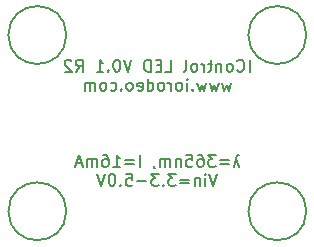
<source format=gbo>
%TF.GenerationSoftware,KiCad,Pcbnew,7.0.8-7.0.8~ubuntu22.04.1*%
%TF.CreationDate,2024-01-29T21:05:36-08:00*%
%TF.ProjectId,365nm_16mA,3336356e-6d5f-4313-966d-412e6b696361,rev?*%
%TF.SameCoordinates,Original*%
%TF.FileFunction,Legend,Bot*%
%TF.FilePolarity,Positive*%
%FSLAX46Y46*%
G04 Gerber Fmt 4.6, Leading zero omitted, Abs format (unit mm)*
G04 Created by KiCad (PCBNEW 7.0.8-7.0.8~ubuntu22.04.1) date 2024-01-29 21:05:36*
%MOMM*%
%LPD*%
G01*
G04 APERTURE LIST*
%ADD10C,0.150000*%
G04 APERTURE END LIST*
D10*
X70509524Y-55634819D02*
X70509524Y-54634819D01*
X69461906Y-55539580D02*
X69509525Y-55587200D01*
X69509525Y-55587200D02*
X69652382Y-55634819D01*
X69652382Y-55634819D02*
X69747620Y-55634819D01*
X69747620Y-55634819D02*
X69890477Y-55587200D01*
X69890477Y-55587200D02*
X69985715Y-55491961D01*
X69985715Y-55491961D02*
X70033334Y-55396723D01*
X70033334Y-55396723D02*
X70080953Y-55206247D01*
X70080953Y-55206247D02*
X70080953Y-55063390D01*
X70080953Y-55063390D02*
X70033334Y-54872914D01*
X70033334Y-54872914D02*
X69985715Y-54777676D01*
X69985715Y-54777676D02*
X69890477Y-54682438D01*
X69890477Y-54682438D02*
X69747620Y-54634819D01*
X69747620Y-54634819D02*
X69652382Y-54634819D01*
X69652382Y-54634819D02*
X69509525Y-54682438D01*
X69509525Y-54682438D02*
X69461906Y-54730057D01*
X68890477Y-55634819D02*
X68985715Y-55587200D01*
X68985715Y-55587200D02*
X69033334Y-55539580D01*
X69033334Y-55539580D02*
X69080953Y-55444342D01*
X69080953Y-55444342D02*
X69080953Y-55158628D01*
X69080953Y-55158628D02*
X69033334Y-55063390D01*
X69033334Y-55063390D02*
X68985715Y-55015771D01*
X68985715Y-55015771D02*
X68890477Y-54968152D01*
X68890477Y-54968152D02*
X68747620Y-54968152D01*
X68747620Y-54968152D02*
X68652382Y-55015771D01*
X68652382Y-55015771D02*
X68604763Y-55063390D01*
X68604763Y-55063390D02*
X68557144Y-55158628D01*
X68557144Y-55158628D02*
X68557144Y-55444342D01*
X68557144Y-55444342D02*
X68604763Y-55539580D01*
X68604763Y-55539580D02*
X68652382Y-55587200D01*
X68652382Y-55587200D02*
X68747620Y-55634819D01*
X68747620Y-55634819D02*
X68890477Y-55634819D01*
X68128572Y-54968152D02*
X68128572Y-55634819D01*
X68128572Y-55063390D02*
X68080953Y-55015771D01*
X68080953Y-55015771D02*
X67985715Y-54968152D01*
X67985715Y-54968152D02*
X67842858Y-54968152D01*
X67842858Y-54968152D02*
X67747620Y-55015771D01*
X67747620Y-55015771D02*
X67700001Y-55111009D01*
X67700001Y-55111009D02*
X67700001Y-55634819D01*
X67366667Y-54968152D02*
X66985715Y-54968152D01*
X67223810Y-54634819D02*
X67223810Y-55491961D01*
X67223810Y-55491961D02*
X67176191Y-55587200D01*
X67176191Y-55587200D02*
X67080953Y-55634819D01*
X67080953Y-55634819D02*
X66985715Y-55634819D01*
X66652381Y-55634819D02*
X66652381Y-54968152D01*
X66652381Y-55158628D02*
X66604762Y-55063390D01*
X66604762Y-55063390D02*
X66557143Y-55015771D01*
X66557143Y-55015771D02*
X66461905Y-54968152D01*
X66461905Y-54968152D02*
X66366667Y-54968152D01*
X65890476Y-55634819D02*
X65985714Y-55587200D01*
X65985714Y-55587200D02*
X66033333Y-55539580D01*
X66033333Y-55539580D02*
X66080952Y-55444342D01*
X66080952Y-55444342D02*
X66080952Y-55158628D01*
X66080952Y-55158628D02*
X66033333Y-55063390D01*
X66033333Y-55063390D02*
X65985714Y-55015771D01*
X65985714Y-55015771D02*
X65890476Y-54968152D01*
X65890476Y-54968152D02*
X65747619Y-54968152D01*
X65747619Y-54968152D02*
X65652381Y-55015771D01*
X65652381Y-55015771D02*
X65604762Y-55063390D01*
X65604762Y-55063390D02*
X65557143Y-55158628D01*
X65557143Y-55158628D02*
X65557143Y-55444342D01*
X65557143Y-55444342D02*
X65604762Y-55539580D01*
X65604762Y-55539580D02*
X65652381Y-55587200D01*
X65652381Y-55587200D02*
X65747619Y-55634819D01*
X65747619Y-55634819D02*
X65890476Y-55634819D01*
X64985714Y-55634819D02*
X65080952Y-55587200D01*
X65080952Y-55587200D02*
X65128571Y-55491961D01*
X65128571Y-55491961D02*
X65128571Y-54634819D01*
X63366666Y-55634819D02*
X63842856Y-55634819D01*
X63842856Y-55634819D02*
X63842856Y-54634819D01*
X63033332Y-55111009D02*
X62699999Y-55111009D01*
X62557142Y-55634819D02*
X63033332Y-55634819D01*
X63033332Y-55634819D02*
X63033332Y-54634819D01*
X63033332Y-54634819D02*
X62557142Y-54634819D01*
X62128570Y-55634819D02*
X62128570Y-54634819D01*
X62128570Y-54634819D02*
X61890475Y-54634819D01*
X61890475Y-54634819D02*
X61747618Y-54682438D01*
X61747618Y-54682438D02*
X61652380Y-54777676D01*
X61652380Y-54777676D02*
X61604761Y-54872914D01*
X61604761Y-54872914D02*
X61557142Y-55063390D01*
X61557142Y-55063390D02*
X61557142Y-55206247D01*
X61557142Y-55206247D02*
X61604761Y-55396723D01*
X61604761Y-55396723D02*
X61652380Y-55491961D01*
X61652380Y-55491961D02*
X61747618Y-55587200D01*
X61747618Y-55587200D02*
X61890475Y-55634819D01*
X61890475Y-55634819D02*
X62128570Y-55634819D01*
X60509522Y-54634819D02*
X60176189Y-55634819D01*
X60176189Y-55634819D02*
X59842856Y-54634819D01*
X59319046Y-54634819D02*
X59223808Y-54634819D01*
X59223808Y-54634819D02*
X59128570Y-54682438D01*
X59128570Y-54682438D02*
X59080951Y-54730057D01*
X59080951Y-54730057D02*
X59033332Y-54825295D01*
X59033332Y-54825295D02*
X58985713Y-55015771D01*
X58985713Y-55015771D02*
X58985713Y-55253866D01*
X58985713Y-55253866D02*
X59033332Y-55444342D01*
X59033332Y-55444342D02*
X59080951Y-55539580D01*
X59080951Y-55539580D02*
X59128570Y-55587200D01*
X59128570Y-55587200D02*
X59223808Y-55634819D01*
X59223808Y-55634819D02*
X59319046Y-55634819D01*
X59319046Y-55634819D02*
X59414284Y-55587200D01*
X59414284Y-55587200D02*
X59461903Y-55539580D01*
X59461903Y-55539580D02*
X59509522Y-55444342D01*
X59509522Y-55444342D02*
X59557141Y-55253866D01*
X59557141Y-55253866D02*
X59557141Y-55015771D01*
X59557141Y-55015771D02*
X59509522Y-54825295D01*
X59509522Y-54825295D02*
X59461903Y-54730057D01*
X59461903Y-54730057D02*
X59414284Y-54682438D01*
X59414284Y-54682438D02*
X59319046Y-54634819D01*
X58557141Y-55539580D02*
X58509522Y-55587200D01*
X58509522Y-55587200D02*
X58557141Y-55634819D01*
X58557141Y-55634819D02*
X58604760Y-55587200D01*
X58604760Y-55587200D02*
X58557141Y-55539580D01*
X58557141Y-55539580D02*
X58557141Y-55634819D01*
X57557142Y-55634819D02*
X58128570Y-55634819D01*
X57842856Y-55634819D02*
X57842856Y-54634819D01*
X57842856Y-54634819D02*
X57938094Y-54777676D01*
X57938094Y-54777676D02*
X58033332Y-54872914D01*
X58033332Y-54872914D02*
X58128570Y-54920533D01*
X55795237Y-55634819D02*
X56128570Y-55158628D01*
X56366665Y-55634819D02*
X56366665Y-54634819D01*
X56366665Y-54634819D02*
X55985713Y-54634819D01*
X55985713Y-54634819D02*
X55890475Y-54682438D01*
X55890475Y-54682438D02*
X55842856Y-54730057D01*
X55842856Y-54730057D02*
X55795237Y-54825295D01*
X55795237Y-54825295D02*
X55795237Y-54968152D01*
X55795237Y-54968152D02*
X55842856Y-55063390D01*
X55842856Y-55063390D02*
X55890475Y-55111009D01*
X55890475Y-55111009D02*
X55985713Y-55158628D01*
X55985713Y-55158628D02*
X56366665Y-55158628D01*
X55414284Y-54730057D02*
X55366665Y-54682438D01*
X55366665Y-54682438D02*
X55271427Y-54634819D01*
X55271427Y-54634819D02*
X55033332Y-54634819D01*
X55033332Y-54634819D02*
X54938094Y-54682438D01*
X54938094Y-54682438D02*
X54890475Y-54730057D01*
X54890475Y-54730057D02*
X54842856Y-54825295D01*
X54842856Y-54825295D02*
X54842856Y-54920533D01*
X54842856Y-54920533D02*
X54890475Y-55063390D01*
X54890475Y-55063390D02*
X55461903Y-55634819D01*
X55461903Y-55634819D02*
X54842856Y-55634819D01*
X68938094Y-56578152D02*
X68747618Y-57244819D01*
X68747618Y-57244819D02*
X68557142Y-56768628D01*
X68557142Y-56768628D02*
X68366666Y-57244819D01*
X68366666Y-57244819D02*
X68176190Y-56578152D01*
X67890475Y-56578152D02*
X67699999Y-57244819D01*
X67699999Y-57244819D02*
X67509523Y-56768628D01*
X67509523Y-56768628D02*
X67319047Y-57244819D01*
X67319047Y-57244819D02*
X67128571Y-56578152D01*
X66842856Y-56578152D02*
X66652380Y-57244819D01*
X66652380Y-57244819D02*
X66461904Y-56768628D01*
X66461904Y-56768628D02*
X66271428Y-57244819D01*
X66271428Y-57244819D02*
X66080952Y-56578152D01*
X65699999Y-57149580D02*
X65652380Y-57197200D01*
X65652380Y-57197200D02*
X65699999Y-57244819D01*
X65699999Y-57244819D02*
X65747618Y-57197200D01*
X65747618Y-57197200D02*
X65699999Y-57149580D01*
X65699999Y-57149580D02*
X65699999Y-57244819D01*
X65223809Y-57244819D02*
X65223809Y-56578152D01*
X65223809Y-56244819D02*
X65271428Y-56292438D01*
X65271428Y-56292438D02*
X65223809Y-56340057D01*
X65223809Y-56340057D02*
X65176190Y-56292438D01*
X65176190Y-56292438D02*
X65223809Y-56244819D01*
X65223809Y-56244819D02*
X65223809Y-56340057D01*
X64604762Y-57244819D02*
X64700000Y-57197200D01*
X64700000Y-57197200D02*
X64747619Y-57149580D01*
X64747619Y-57149580D02*
X64795238Y-57054342D01*
X64795238Y-57054342D02*
X64795238Y-56768628D01*
X64795238Y-56768628D02*
X64747619Y-56673390D01*
X64747619Y-56673390D02*
X64700000Y-56625771D01*
X64700000Y-56625771D02*
X64604762Y-56578152D01*
X64604762Y-56578152D02*
X64461905Y-56578152D01*
X64461905Y-56578152D02*
X64366667Y-56625771D01*
X64366667Y-56625771D02*
X64319048Y-56673390D01*
X64319048Y-56673390D02*
X64271429Y-56768628D01*
X64271429Y-56768628D02*
X64271429Y-57054342D01*
X64271429Y-57054342D02*
X64319048Y-57149580D01*
X64319048Y-57149580D02*
X64366667Y-57197200D01*
X64366667Y-57197200D02*
X64461905Y-57244819D01*
X64461905Y-57244819D02*
X64604762Y-57244819D01*
X63842857Y-57244819D02*
X63842857Y-56578152D01*
X63842857Y-56768628D02*
X63795238Y-56673390D01*
X63795238Y-56673390D02*
X63747619Y-56625771D01*
X63747619Y-56625771D02*
X63652381Y-56578152D01*
X63652381Y-56578152D02*
X63557143Y-56578152D01*
X63080952Y-57244819D02*
X63176190Y-57197200D01*
X63176190Y-57197200D02*
X63223809Y-57149580D01*
X63223809Y-57149580D02*
X63271428Y-57054342D01*
X63271428Y-57054342D02*
X63271428Y-56768628D01*
X63271428Y-56768628D02*
X63223809Y-56673390D01*
X63223809Y-56673390D02*
X63176190Y-56625771D01*
X63176190Y-56625771D02*
X63080952Y-56578152D01*
X63080952Y-56578152D02*
X62938095Y-56578152D01*
X62938095Y-56578152D02*
X62842857Y-56625771D01*
X62842857Y-56625771D02*
X62795238Y-56673390D01*
X62795238Y-56673390D02*
X62747619Y-56768628D01*
X62747619Y-56768628D02*
X62747619Y-57054342D01*
X62747619Y-57054342D02*
X62795238Y-57149580D01*
X62795238Y-57149580D02*
X62842857Y-57197200D01*
X62842857Y-57197200D02*
X62938095Y-57244819D01*
X62938095Y-57244819D02*
X63080952Y-57244819D01*
X61890476Y-57244819D02*
X61890476Y-56244819D01*
X61890476Y-57197200D02*
X61985714Y-57244819D01*
X61985714Y-57244819D02*
X62176190Y-57244819D01*
X62176190Y-57244819D02*
X62271428Y-57197200D01*
X62271428Y-57197200D02*
X62319047Y-57149580D01*
X62319047Y-57149580D02*
X62366666Y-57054342D01*
X62366666Y-57054342D02*
X62366666Y-56768628D01*
X62366666Y-56768628D02*
X62319047Y-56673390D01*
X62319047Y-56673390D02*
X62271428Y-56625771D01*
X62271428Y-56625771D02*
X62176190Y-56578152D01*
X62176190Y-56578152D02*
X61985714Y-56578152D01*
X61985714Y-56578152D02*
X61890476Y-56625771D01*
X61033333Y-57197200D02*
X61128571Y-57244819D01*
X61128571Y-57244819D02*
X61319047Y-57244819D01*
X61319047Y-57244819D02*
X61414285Y-57197200D01*
X61414285Y-57197200D02*
X61461904Y-57101961D01*
X61461904Y-57101961D02*
X61461904Y-56721009D01*
X61461904Y-56721009D02*
X61414285Y-56625771D01*
X61414285Y-56625771D02*
X61319047Y-56578152D01*
X61319047Y-56578152D02*
X61128571Y-56578152D01*
X61128571Y-56578152D02*
X61033333Y-56625771D01*
X61033333Y-56625771D02*
X60985714Y-56721009D01*
X60985714Y-56721009D02*
X60985714Y-56816247D01*
X60985714Y-56816247D02*
X61461904Y-56911485D01*
X60414285Y-57244819D02*
X60509523Y-57197200D01*
X60509523Y-57197200D02*
X60557142Y-57149580D01*
X60557142Y-57149580D02*
X60604761Y-57054342D01*
X60604761Y-57054342D02*
X60604761Y-56768628D01*
X60604761Y-56768628D02*
X60557142Y-56673390D01*
X60557142Y-56673390D02*
X60509523Y-56625771D01*
X60509523Y-56625771D02*
X60414285Y-56578152D01*
X60414285Y-56578152D02*
X60271428Y-56578152D01*
X60271428Y-56578152D02*
X60176190Y-56625771D01*
X60176190Y-56625771D02*
X60128571Y-56673390D01*
X60128571Y-56673390D02*
X60080952Y-56768628D01*
X60080952Y-56768628D02*
X60080952Y-57054342D01*
X60080952Y-57054342D02*
X60128571Y-57149580D01*
X60128571Y-57149580D02*
X60176190Y-57197200D01*
X60176190Y-57197200D02*
X60271428Y-57244819D01*
X60271428Y-57244819D02*
X60414285Y-57244819D01*
X59652380Y-57149580D02*
X59604761Y-57197200D01*
X59604761Y-57197200D02*
X59652380Y-57244819D01*
X59652380Y-57244819D02*
X59699999Y-57197200D01*
X59699999Y-57197200D02*
X59652380Y-57149580D01*
X59652380Y-57149580D02*
X59652380Y-57244819D01*
X58747619Y-57197200D02*
X58842857Y-57244819D01*
X58842857Y-57244819D02*
X59033333Y-57244819D01*
X59033333Y-57244819D02*
X59128571Y-57197200D01*
X59128571Y-57197200D02*
X59176190Y-57149580D01*
X59176190Y-57149580D02*
X59223809Y-57054342D01*
X59223809Y-57054342D02*
X59223809Y-56768628D01*
X59223809Y-56768628D02*
X59176190Y-56673390D01*
X59176190Y-56673390D02*
X59128571Y-56625771D01*
X59128571Y-56625771D02*
X59033333Y-56578152D01*
X59033333Y-56578152D02*
X58842857Y-56578152D01*
X58842857Y-56578152D02*
X58747619Y-56625771D01*
X58176190Y-57244819D02*
X58271428Y-57197200D01*
X58271428Y-57197200D02*
X58319047Y-57149580D01*
X58319047Y-57149580D02*
X58366666Y-57054342D01*
X58366666Y-57054342D02*
X58366666Y-56768628D01*
X58366666Y-56768628D02*
X58319047Y-56673390D01*
X58319047Y-56673390D02*
X58271428Y-56625771D01*
X58271428Y-56625771D02*
X58176190Y-56578152D01*
X58176190Y-56578152D02*
X58033333Y-56578152D01*
X58033333Y-56578152D02*
X57938095Y-56625771D01*
X57938095Y-56625771D02*
X57890476Y-56673390D01*
X57890476Y-56673390D02*
X57842857Y-56768628D01*
X57842857Y-56768628D02*
X57842857Y-57054342D01*
X57842857Y-57054342D02*
X57890476Y-57149580D01*
X57890476Y-57149580D02*
X57938095Y-57197200D01*
X57938095Y-57197200D02*
X58033333Y-57244819D01*
X58033333Y-57244819D02*
X58176190Y-57244819D01*
X57414285Y-57244819D02*
X57414285Y-56578152D01*
X57414285Y-56673390D02*
X57366666Y-56625771D01*
X57366666Y-56625771D02*
X57271428Y-56578152D01*
X57271428Y-56578152D02*
X57128571Y-56578152D01*
X57128571Y-56578152D02*
X57033333Y-56625771D01*
X57033333Y-56625771D02*
X56985714Y-56721009D01*
X56985714Y-56721009D02*
X56985714Y-57244819D01*
X56985714Y-56721009D02*
X56938095Y-56625771D01*
X56938095Y-56625771D02*
X56842857Y-56578152D01*
X56842857Y-56578152D02*
X56700000Y-56578152D01*
X56700000Y-56578152D02*
X56604761Y-56625771D01*
X56604761Y-56625771D02*
X56557142Y-56721009D01*
X56557142Y-56721009D02*
X56557142Y-57244819D01*
X69390475Y-63018152D02*
X69628570Y-63684819D01*
X69628570Y-62684819D02*
X69533332Y-62684819D01*
X69533332Y-62684819D02*
X69485713Y-62732438D01*
X69485713Y-62732438D02*
X69390475Y-63018152D01*
X69390475Y-63018152D02*
X69152380Y-63684819D01*
X68771427Y-63161009D02*
X68009523Y-63161009D01*
X68009523Y-63446723D02*
X68771427Y-63446723D01*
X67628570Y-62684819D02*
X67009523Y-62684819D01*
X67009523Y-62684819D02*
X67342856Y-63065771D01*
X67342856Y-63065771D02*
X67199999Y-63065771D01*
X67199999Y-63065771D02*
X67104761Y-63113390D01*
X67104761Y-63113390D02*
X67057142Y-63161009D01*
X67057142Y-63161009D02*
X67009523Y-63256247D01*
X67009523Y-63256247D02*
X67009523Y-63494342D01*
X67009523Y-63494342D02*
X67057142Y-63589580D01*
X67057142Y-63589580D02*
X67104761Y-63637200D01*
X67104761Y-63637200D02*
X67199999Y-63684819D01*
X67199999Y-63684819D02*
X67485713Y-63684819D01*
X67485713Y-63684819D02*
X67580951Y-63637200D01*
X67580951Y-63637200D02*
X67628570Y-63589580D01*
X66152380Y-62684819D02*
X66342856Y-62684819D01*
X66342856Y-62684819D02*
X66438094Y-62732438D01*
X66438094Y-62732438D02*
X66485713Y-62780057D01*
X66485713Y-62780057D02*
X66580951Y-62922914D01*
X66580951Y-62922914D02*
X66628570Y-63113390D01*
X66628570Y-63113390D02*
X66628570Y-63494342D01*
X66628570Y-63494342D02*
X66580951Y-63589580D01*
X66580951Y-63589580D02*
X66533332Y-63637200D01*
X66533332Y-63637200D02*
X66438094Y-63684819D01*
X66438094Y-63684819D02*
X66247618Y-63684819D01*
X66247618Y-63684819D02*
X66152380Y-63637200D01*
X66152380Y-63637200D02*
X66104761Y-63589580D01*
X66104761Y-63589580D02*
X66057142Y-63494342D01*
X66057142Y-63494342D02*
X66057142Y-63256247D01*
X66057142Y-63256247D02*
X66104761Y-63161009D01*
X66104761Y-63161009D02*
X66152380Y-63113390D01*
X66152380Y-63113390D02*
X66247618Y-63065771D01*
X66247618Y-63065771D02*
X66438094Y-63065771D01*
X66438094Y-63065771D02*
X66533332Y-63113390D01*
X66533332Y-63113390D02*
X66580951Y-63161009D01*
X66580951Y-63161009D02*
X66628570Y-63256247D01*
X65152380Y-62684819D02*
X65628570Y-62684819D01*
X65628570Y-62684819D02*
X65676189Y-63161009D01*
X65676189Y-63161009D02*
X65628570Y-63113390D01*
X65628570Y-63113390D02*
X65533332Y-63065771D01*
X65533332Y-63065771D02*
X65295237Y-63065771D01*
X65295237Y-63065771D02*
X65199999Y-63113390D01*
X65199999Y-63113390D02*
X65152380Y-63161009D01*
X65152380Y-63161009D02*
X65104761Y-63256247D01*
X65104761Y-63256247D02*
X65104761Y-63494342D01*
X65104761Y-63494342D02*
X65152380Y-63589580D01*
X65152380Y-63589580D02*
X65199999Y-63637200D01*
X65199999Y-63637200D02*
X65295237Y-63684819D01*
X65295237Y-63684819D02*
X65533332Y-63684819D01*
X65533332Y-63684819D02*
X65628570Y-63637200D01*
X65628570Y-63637200D02*
X65676189Y-63589580D01*
X64676189Y-63018152D02*
X64676189Y-63684819D01*
X64676189Y-63113390D02*
X64628570Y-63065771D01*
X64628570Y-63065771D02*
X64533332Y-63018152D01*
X64533332Y-63018152D02*
X64390475Y-63018152D01*
X64390475Y-63018152D02*
X64295237Y-63065771D01*
X64295237Y-63065771D02*
X64247618Y-63161009D01*
X64247618Y-63161009D02*
X64247618Y-63684819D01*
X63771427Y-63684819D02*
X63771427Y-63018152D01*
X63771427Y-63113390D02*
X63723808Y-63065771D01*
X63723808Y-63065771D02*
X63628570Y-63018152D01*
X63628570Y-63018152D02*
X63485713Y-63018152D01*
X63485713Y-63018152D02*
X63390475Y-63065771D01*
X63390475Y-63065771D02*
X63342856Y-63161009D01*
X63342856Y-63161009D02*
X63342856Y-63684819D01*
X63342856Y-63161009D02*
X63295237Y-63065771D01*
X63295237Y-63065771D02*
X63199999Y-63018152D01*
X63199999Y-63018152D02*
X63057142Y-63018152D01*
X63057142Y-63018152D02*
X62961903Y-63065771D01*
X62961903Y-63065771D02*
X62914284Y-63161009D01*
X62914284Y-63161009D02*
X62914284Y-63684819D01*
X62390475Y-63637200D02*
X62390475Y-63684819D01*
X62390475Y-63684819D02*
X62438094Y-63780057D01*
X62438094Y-63780057D02*
X62485713Y-63827676D01*
X61199999Y-63684819D02*
X61199999Y-62684819D01*
X60723809Y-63161009D02*
X59961905Y-63161009D01*
X59961905Y-63446723D02*
X60723809Y-63446723D01*
X58961905Y-63684819D02*
X59533333Y-63684819D01*
X59247619Y-63684819D02*
X59247619Y-62684819D01*
X59247619Y-62684819D02*
X59342857Y-62827676D01*
X59342857Y-62827676D02*
X59438095Y-62922914D01*
X59438095Y-62922914D02*
X59533333Y-62970533D01*
X58104762Y-62684819D02*
X58295238Y-62684819D01*
X58295238Y-62684819D02*
X58390476Y-62732438D01*
X58390476Y-62732438D02*
X58438095Y-62780057D01*
X58438095Y-62780057D02*
X58533333Y-62922914D01*
X58533333Y-62922914D02*
X58580952Y-63113390D01*
X58580952Y-63113390D02*
X58580952Y-63494342D01*
X58580952Y-63494342D02*
X58533333Y-63589580D01*
X58533333Y-63589580D02*
X58485714Y-63637200D01*
X58485714Y-63637200D02*
X58390476Y-63684819D01*
X58390476Y-63684819D02*
X58200000Y-63684819D01*
X58200000Y-63684819D02*
X58104762Y-63637200D01*
X58104762Y-63637200D02*
X58057143Y-63589580D01*
X58057143Y-63589580D02*
X58009524Y-63494342D01*
X58009524Y-63494342D02*
X58009524Y-63256247D01*
X58009524Y-63256247D02*
X58057143Y-63161009D01*
X58057143Y-63161009D02*
X58104762Y-63113390D01*
X58104762Y-63113390D02*
X58200000Y-63065771D01*
X58200000Y-63065771D02*
X58390476Y-63065771D01*
X58390476Y-63065771D02*
X58485714Y-63113390D01*
X58485714Y-63113390D02*
X58533333Y-63161009D01*
X58533333Y-63161009D02*
X58580952Y-63256247D01*
X57580952Y-63684819D02*
X57580952Y-63018152D01*
X57580952Y-63113390D02*
X57533333Y-63065771D01*
X57533333Y-63065771D02*
X57438095Y-63018152D01*
X57438095Y-63018152D02*
X57295238Y-63018152D01*
X57295238Y-63018152D02*
X57200000Y-63065771D01*
X57200000Y-63065771D02*
X57152381Y-63161009D01*
X57152381Y-63161009D02*
X57152381Y-63684819D01*
X57152381Y-63161009D02*
X57104762Y-63065771D01*
X57104762Y-63065771D02*
X57009524Y-63018152D01*
X57009524Y-63018152D02*
X56866667Y-63018152D01*
X56866667Y-63018152D02*
X56771428Y-63065771D01*
X56771428Y-63065771D02*
X56723809Y-63161009D01*
X56723809Y-63161009D02*
X56723809Y-63684819D01*
X56295238Y-63399104D02*
X55819048Y-63399104D01*
X56390476Y-63684819D02*
X56057143Y-62684819D01*
X56057143Y-62684819D02*
X55723810Y-63684819D01*
X67771427Y-64294819D02*
X67438094Y-65294819D01*
X67438094Y-65294819D02*
X67104761Y-64294819D01*
X66771427Y-65294819D02*
X66771427Y-64628152D01*
X66771427Y-64294819D02*
X66819046Y-64342438D01*
X66819046Y-64342438D02*
X66771427Y-64390057D01*
X66771427Y-64390057D02*
X66723808Y-64342438D01*
X66723808Y-64342438D02*
X66771427Y-64294819D01*
X66771427Y-64294819D02*
X66771427Y-64390057D01*
X66295237Y-64628152D02*
X66295237Y-65294819D01*
X66295237Y-64723390D02*
X66247618Y-64675771D01*
X66247618Y-64675771D02*
X66152380Y-64628152D01*
X66152380Y-64628152D02*
X66009523Y-64628152D01*
X66009523Y-64628152D02*
X65914285Y-64675771D01*
X65914285Y-64675771D02*
X65866666Y-64771009D01*
X65866666Y-64771009D02*
X65866666Y-65294819D01*
X65390475Y-64771009D02*
X64628571Y-64771009D01*
X64628571Y-65056723D02*
X65390475Y-65056723D01*
X64247618Y-64294819D02*
X63628571Y-64294819D01*
X63628571Y-64294819D02*
X63961904Y-64675771D01*
X63961904Y-64675771D02*
X63819047Y-64675771D01*
X63819047Y-64675771D02*
X63723809Y-64723390D01*
X63723809Y-64723390D02*
X63676190Y-64771009D01*
X63676190Y-64771009D02*
X63628571Y-64866247D01*
X63628571Y-64866247D02*
X63628571Y-65104342D01*
X63628571Y-65104342D02*
X63676190Y-65199580D01*
X63676190Y-65199580D02*
X63723809Y-65247200D01*
X63723809Y-65247200D02*
X63819047Y-65294819D01*
X63819047Y-65294819D02*
X64104761Y-65294819D01*
X64104761Y-65294819D02*
X64199999Y-65247200D01*
X64199999Y-65247200D02*
X64247618Y-65199580D01*
X63199999Y-65199580D02*
X63152380Y-65247200D01*
X63152380Y-65247200D02*
X63199999Y-65294819D01*
X63199999Y-65294819D02*
X63247618Y-65247200D01*
X63247618Y-65247200D02*
X63199999Y-65199580D01*
X63199999Y-65199580D02*
X63199999Y-65294819D01*
X62819047Y-64294819D02*
X62200000Y-64294819D01*
X62200000Y-64294819D02*
X62533333Y-64675771D01*
X62533333Y-64675771D02*
X62390476Y-64675771D01*
X62390476Y-64675771D02*
X62295238Y-64723390D01*
X62295238Y-64723390D02*
X62247619Y-64771009D01*
X62247619Y-64771009D02*
X62200000Y-64866247D01*
X62200000Y-64866247D02*
X62200000Y-65104342D01*
X62200000Y-65104342D02*
X62247619Y-65199580D01*
X62247619Y-65199580D02*
X62295238Y-65247200D01*
X62295238Y-65247200D02*
X62390476Y-65294819D01*
X62390476Y-65294819D02*
X62676190Y-65294819D01*
X62676190Y-65294819D02*
X62771428Y-65247200D01*
X62771428Y-65247200D02*
X62819047Y-65199580D01*
X61771428Y-64913866D02*
X61009524Y-64913866D01*
X60057143Y-64294819D02*
X60533333Y-64294819D01*
X60533333Y-64294819D02*
X60580952Y-64771009D01*
X60580952Y-64771009D02*
X60533333Y-64723390D01*
X60533333Y-64723390D02*
X60438095Y-64675771D01*
X60438095Y-64675771D02*
X60200000Y-64675771D01*
X60200000Y-64675771D02*
X60104762Y-64723390D01*
X60104762Y-64723390D02*
X60057143Y-64771009D01*
X60057143Y-64771009D02*
X60009524Y-64866247D01*
X60009524Y-64866247D02*
X60009524Y-65104342D01*
X60009524Y-65104342D02*
X60057143Y-65199580D01*
X60057143Y-65199580D02*
X60104762Y-65247200D01*
X60104762Y-65247200D02*
X60200000Y-65294819D01*
X60200000Y-65294819D02*
X60438095Y-65294819D01*
X60438095Y-65294819D02*
X60533333Y-65247200D01*
X60533333Y-65247200D02*
X60580952Y-65199580D01*
X59580952Y-65199580D02*
X59533333Y-65247200D01*
X59533333Y-65247200D02*
X59580952Y-65294819D01*
X59580952Y-65294819D02*
X59628571Y-65247200D01*
X59628571Y-65247200D02*
X59580952Y-65199580D01*
X59580952Y-65199580D02*
X59580952Y-65294819D01*
X58914286Y-64294819D02*
X58819048Y-64294819D01*
X58819048Y-64294819D02*
X58723810Y-64342438D01*
X58723810Y-64342438D02*
X58676191Y-64390057D01*
X58676191Y-64390057D02*
X58628572Y-64485295D01*
X58628572Y-64485295D02*
X58580953Y-64675771D01*
X58580953Y-64675771D02*
X58580953Y-64913866D01*
X58580953Y-64913866D02*
X58628572Y-65104342D01*
X58628572Y-65104342D02*
X58676191Y-65199580D01*
X58676191Y-65199580D02*
X58723810Y-65247200D01*
X58723810Y-65247200D02*
X58819048Y-65294819D01*
X58819048Y-65294819D02*
X58914286Y-65294819D01*
X58914286Y-65294819D02*
X59009524Y-65247200D01*
X59009524Y-65247200D02*
X59057143Y-65199580D01*
X59057143Y-65199580D02*
X59104762Y-65104342D01*
X59104762Y-65104342D02*
X59152381Y-64913866D01*
X59152381Y-64913866D02*
X59152381Y-64675771D01*
X59152381Y-64675771D02*
X59104762Y-64485295D01*
X59104762Y-64485295D02*
X59057143Y-64390057D01*
X59057143Y-64390057D02*
X59009524Y-64342438D01*
X59009524Y-64342438D02*
X58914286Y-64294819D01*
X58295238Y-64294819D02*
X57961905Y-65294819D01*
X57961905Y-65294819D02*
X57628572Y-64294819D01*
%TO.C,M1*%
X54990000Y-52540000D02*
G75*
G03*
X54990000Y-52540000I-2450000J0D01*
G01*
%TO.C,M2*%
X75310000Y-52540000D02*
G75*
G03*
X75310000Y-52540000I-2450000J0D01*
G01*
%TO.C,M3*%
X75310000Y-67460000D02*
G75*
G03*
X75310000Y-67460000I-2450000J0D01*
G01*
%TO.C,M4*%
X54990000Y-67460000D02*
G75*
G03*
X54990000Y-67460000I-2450000J0D01*
G01*
%TD*%
M02*

</source>
